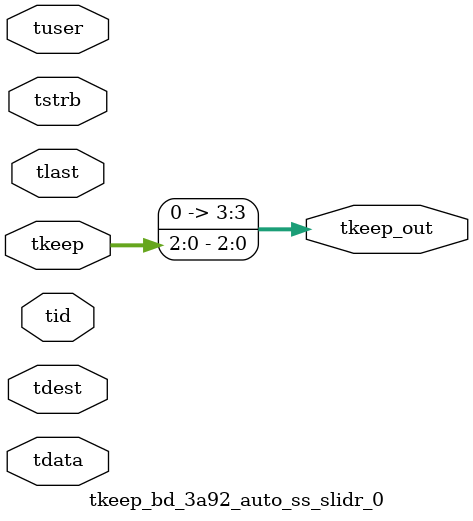
<source format=v>


`timescale 1ps/1ps

module tkeep_bd_3a92_auto_ss_slidr_0 #
(
parameter C_S_AXIS_TDATA_WIDTH = 32,
parameter C_S_AXIS_TUSER_WIDTH = 0,
parameter C_S_AXIS_TID_WIDTH   = 0,
parameter C_S_AXIS_TDEST_WIDTH = 0,
parameter C_M_AXIS_TDATA_WIDTH = 32
)
(
input  [(C_S_AXIS_TDATA_WIDTH == 0 ? 1 : C_S_AXIS_TDATA_WIDTH)-1:0     ] tdata,
input  [(C_S_AXIS_TUSER_WIDTH == 0 ? 1 : C_S_AXIS_TUSER_WIDTH)-1:0     ] tuser,
input  [(C_S_AXIS_TID_WIDTH   == 0 ? 1 : C_S_AXIS_TID_WIDTH)-1:0       ] tid,
input  [(C_S_AXIS_TDEST_WIDTH == 0 ? 1 : C_S_AXIS_TDEST_WIDTH)-1:0     ] tdest,
input  [(C_S_AXIS_TDATA_WIDTH/8)-1:0 ] tkeep,
input  [(C_S_AXIS_TDATA_WIDTH/8)-1:0 ] tstrb,
input                                                                    tlast,
output [(C_M_AXIS_TDATA_WIDTH/8)-1:0 ] tkeep_out
);

assign tkeep_out = {tkeep[2:0]};

endmodule


</source>
